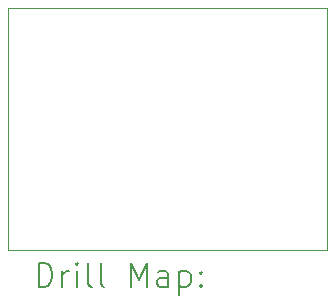
<source format=gbr>
%TF.GenerationSoftware,KiCad,Pcbnew,9.0.4*%
%TF.CreationDate,2025-10-14T04:27:38+05:30*%
%TF.ProjectId,Buck converter,4275636b-2063-46f6-9e76-65727465722e,rev?*%
%TF.SameCoordinates,Original*%
%TF.FileFunction,Drillmap*%
%TF.FilePolarity,Positive*%
%FSLAX45Y45*%
G04 Gerber Fmt 4.5, Leading zero omitted, Abs format (unit mm)*
G04 Created by KiCad (PCBNEW 9.0.4) date 2025-10-14 04:27:38*
%MOMM*%
%LPD*%
G01*
G04 APERTURE LIST*
%ADD10C,0.038100*%
%ADD11C,0.200000*%
G04 APERTURE END LIST*
D10*
X10500000Y-6450000D02*
X7800000Y-6450000D01*
X10500000Y-8500000D02*
X10500000Y-6450000D01*
X7800000Y-8500000D02*
X10500000Y-8500000D01*
X7800000Y-6450000D02*
X7800000Y-8500000D01*
D11*
X8058872Y-8813389D02*
X8058872Y-8613389D01*
X8058872Y-8613389D02*
X8106491Y-8613389D01*
X8106491Y-8613389D02*
X8135062Y-8622913D01*
X8135062Y-8622913D02*
X8154110Y-8641960D01*
X8154110Y-8641960D02*
X8163634Y-8661008D01*
X8163634Y-8661008D02*
X8173157Y-8699103D01*
X8173157Y-8699103D02*
X8173157Y-8727675D01*
X8173157Y-8727675D02*
X8163634Y-8765770D01*
X8163634Y-8765770D02*
X8154110Y-8784817D01*
X8154110Y-8784817D02*
X8135062Y-8803865D01*
X8135062Y-8803865D02*
X8106491Y-8813389D01*
X8106491Y-8813389D02*
X8058872Y-8813389D01*
X8258872Y-8813389D02*
X8258872Y-8680055D01*
X8258872Y-8718151D02*
X8268396Y-8699103D01*
X8268396Y-8699103D02*
X8277919Y-8689579D01*
X8277919Y-8689579D02*
X8296967Y-8680055D01*
X8296967Y-8680055D02*
X8316015Y-8680055D01*
X8382681Y-8813389D02*
X8382681Y-8680055D01*
X8382681Y-8613389D02*
X8373157Y-8622913D01*
X8373157Y-8622913D02*
X8382681Y-8632436D01*
X8382681Y-8632436D02*
X8392205Y-8622913D01*
X8392205Y-8622913D02*
X8382681Y-8613389D01*
X8382681Y-8613389D02*
X8382681Y-8632436D01*
X8506491Y-8813389D02*
X8487443Y-8803865D01*
X8487443Y-8803865D02*
X8477919Y-8784817D01*
X8477919Y-8784817D02*
X8477919Y-8613389D01*
X8611253Y-8813389D02*
X8592205Y-8803865D01*
X8592205Y-8803865D02*
X8582681Y-8784817D01*
X8582681Y-8784817D02*
X8582681Y-8613389D01*
X8839824Y-8813389D02*
X8839824Y-8613389D01*
X8839824Y-8613389D02*
X8906491Y-8756246D01*
X8906491Y-8756246D02*
X8973158Y-8613389D01*
X8973158Y-8613389D02*
X8973158Y-8813389D01*
X9154110Y-8813389D02*
X9154110Y-8708627D01*
X9154110Y-8708627D02*
X9144586Y-8689579D01*
X9144586Y-8689579D02*
X9125539Y-8680055D01*
X9125539Y-8680055D02*
X9087443Y-8680055D01*
X9087443Y-8680055D02*
X9068396Y-8689579D01*
X9154110Y-8803865D02*
X9135062Y-8813389D01*
X9135062Y-8813389D02*
X9087443Y-8813389D01*
X9087443Y-8813389D02*
X9068396Y-8803865D01*
X9068396Y-8803865D02*
X9058872Y-8784817D01*
X9058872Y-8784817D02*
X9058872Y-8765770D01*
X9058872Y-8765770D02*
X9068396Y-8746722D01*
X9068396Y-8746722D02*
X9087443Y-8737198D01*
X9087443Y-8737198D02*
X9135062Y-8737198D01*
X9135062Y-8737198D02*
X9154110Y-8727675D01*
X9249348Y-8680055D02*
X9249348Y-8880055D01*
X9249348Y-8689579D02*
X9268396Y-8680055D01*
X9268396Y-8680055D02*
X9306491Y-8680055D01*
X9306491Y-8680055D02*
X9325539Y-8689579D01*
X9325539Y-8689579D02*
X9335062Y-8699103D01*
X9335062Y-8699103D02*
X9344586Y-8718151D01*
X9344586Y-8718151D02*
X9344586Y-8775294D01*
X9344586Y-8775294D02*
X9335062Y-8794341D01*
X9335062Y-8794341D02*
X9325539Y-8803865D01*
X9325539Y-8803865D02*
X9306491Y-8813389D01*
X9306491Y-8813389D02*
X9268396Y-8813389D01*
X9268396Y-8813389D02*
X9249348Y-8803865D01*
X9430300Y-8794341D02*
X9439824Y-8803865D01*
X9439824Y-8803865D02*
X9430300Y-8813389D01*
X9430300Y-8813389D02*
X9420777Y-8803865D01*
X9420777Y-8803865D02*
X9430300Y-8794341D01*
X9430300Y-8794341D02*
X9430300Y-8813389D01*
X9430300Y-8689579D02*
X9439824Y-8699103D01*
X9439824Y-8699103D02*
X9430300Y-8708627D01*
X9430300Y-8708627D02*
X9420777Y-8699103D01*
X9420777Y-8699103D02*
X9430300Y-8689579D01*
X9430300Y-8689579D02*
X9430300Y-8708627D01*
M02*

</source>
